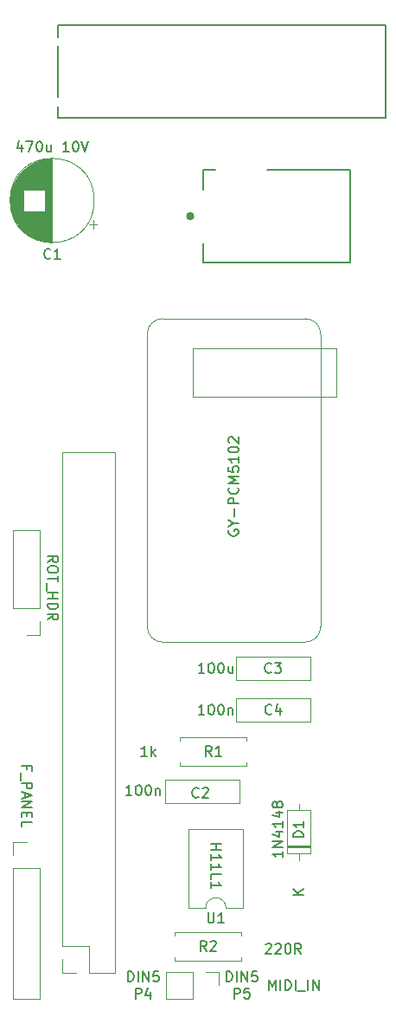
<source format=gto>
%TF.GenerationSoftware,KiCad,Pcbnew,5.99.0+really5.1.9+dfsg1-1*%
%TF.CreationDate,2021-05-09T00:21:48+10:00*%
%TF.ProjectId,minisynth32,6d696e69-7379-46e7-9468-33322e6b6963,1.0*%
%TF.SameCoordinates,Original*%
%TF.FileFunction,Legend,Top*%
%TF.FilePolarity,Positive*%
%FSLAX46Y46*%
G04 Gerber Fmt 4.6, Leading zero omitted, Abs format (unit mm)*
G04 Created by KiCad (PCBNEW 5.99.0+really5.1.9+dfsg1-1) date 2021-05-09 00:21:48*
%MOMM*%
%LPD*%
G01*
G04 APERTURE LIST*
%ADD10C,0.150000*%
%ADD11C,0.152400*%
%ADD12C,0.120000*%
%ADD13C,0.127000*%
%ADD14C,0.400000*%
G04 APERTURE END LIST*
D10*
X151662000Y-138819380D02*
X151662000Y-137819380D01*
X151900095Y-137819380D01*
X152042952Y-137867000D01*
X152138190Y-137962238D01*
X152185809Y-138057476D01*
X152233428Y-138247952D01*
X152233428Y-138390809D01*
X152185809Y-138581285D01*
X152138190Y-138676523D01*
X152042952Y-138771761D01*
X151900095Y-138819380D01*
X151662000Y-138819380D01*
X152662000Y-138819380D02*
X152662000Y-137819380D01*
X153138190Y-138819380D02*
X153138190Y-137819380D01*
X153709619Y-138819380D01*
X153709619Y-137819380D01*
X154662000Y-137819380D02*
X154185809Y-137819380D01*
X154138190Y-138295571D01*
X154185809Y-138247952D01*
X154281047Y-138200333D01*
X154519142Y-138200333D01*
X154614380Y-138247952D01*
X154662000Y-138295571D01*
X154709619Y-138390809D01*
X154709619Y-138628904D01*
X154662000Y-138724142D01*
X154614380Y-138771761D01*
X154519142Y-138819380D01*
X154281047Y-138819380D01*
X154185809Y-138771761D01*
X154138190Y-138724142D01*
X152423904Y-140469380D02*
X152423904Y-139469380D01*
X152804857Y-139469380D01*
X152900095Y-139517000D01*
X152947714Y-139564619D01*
X152995333Y-139659857D01*
X152995333Y-139802714D01*
X152947714Y-139897952D01*
X152900095Y-139945571D01*
X152804857Y-139993190D01*
X152423904Y-139993190D01*
X153900095Y-139469380D02*
X153423904Y-139469380D01*
X153376285Y-139945571D01*
X153423904Y-139897952D01*
X153519142Y-139850333D01*
X153757238Y-139850333D01*
X153852476Y-139897952D01*
X153900095Y-139945571D01*
X153947714Y-140040809D01*
X153947714Y-140278904D01*
X153900095Y-140374142D01*
X153852476Y-140421761D01*
X153757238Y-140469380D01*
X153519142Y-140469380D01*
X153423904Y-140421761D01*
X153376285Y-140374142D01*
X142010000Y-138819380D02*
X142010000Y-137819380D01*
X142248095Y-137819380D01*
X142390952Y-137867000D01*
X142486190Y-137962238D01*
X142533809Y-138057476D01*
X142581428Y-138247952D01*
X142581428Y-138390809D01*
X142533809Y-138581285D01*
X142486190Y-138676523D01*
X142390952Y-138771761D01*
X142248095Y-138819380D01*
X142010000Y-138819380D01*
X143010000Y-138819380D02*
X143010000Y-137819380D01*
X143486190Y-138819380D02*
X143486190Y-137819380D01*
X144057619Y-138819380D01*
X144057619Y-137819380D01*
X145010000Y-137819380D02*
X144533809Y-137819380D01*
X144486190Y-138295571D01*
X144533809Y-138247952D01*
X144629047Y-138200333D01*
X144867142Y-138200333D01*
X144962380Y-138247952D01*
X145010000Y-138295571D01*
X145057619Y-138390809D01*
X145057619Y-138628904D01*
X145010000Y-138724142D01*
X144962380Y-138771761D01*
X144867142Y-138819380D01*
X144629047Y-138819380D01*
X144533809Y-138771761D01*
X144486190Y-138724142D01*
X142771904Y-140469380D02*
X142771904Y-139469380D01*
X143152857Y-139469380D01*
X143248095Y-139517000D01*
X143295714Y-139564619D01*
X143343333Y-139659857D01*
X143343333Y-139802714D01*
X143295714Y-139897952D01*
X143248095Y-139945571D01*
X143152857Y-139993190D01*
X142771904Y-139993190D01*
X144200476Y-139802714D02*
X144200476Y-140469380D01*
X143962380Y-139421761D02*
X143724285Y-140136047D01*
X144343333Y-140136047D01*
D11*
%TO.C,SW2*%
X167259000Y-54406800D02*
X167259000Y-45364400D01*
X167259000Y-45364400D02*
X135153400Y-45364400D01*
X135153400Y-45364400D02*
X135153400Y-46493316D01*
X135153400Y-54406800D02*
X167259000Y-54406800D01*
X135153400Y-53277884D02*
X135153400Y-54406800D01*
X135153400Y-47385084D02*
X135153400Y-52386116D01*
D12*
%TO.C,J5*%
X145736000Y-137862000D02*
X145736000Y-140522000D01*
X148336000Y-137862000D02*
X145736000Y-137862000D01*
X148336000Y-140522000D02*
X145736000Y-140522000D01*
X148336000Y-137862000D02*
X148336000Y-140522000D01*
X149606000Y-137862000D02*
X150936000Y-137862000D01*
X150936000Y-137862000D02*
X150936000Y-139192000D01*
%TO.C,J4*%
X133410000Y-94682000D02*
X130750000Y-94682000D01*
X133410000Y-102362000D02*
X133410000Y-94682000D01*
X130750000Y-102362000D02*
X130750000Y-94682000D01*
X133410000Y-102362000D02*
X130750000Y-102362000D01*
X133410000Y-103632000D02*
X133410000Y-104962000D01*
X133410000Y-104962000D02*
X132080000Y-104962000D01*
D13*
%TO.C,J3*%
X163814000Y-59508000D02*
X163814000Y-68508000D01*
X163814000Y-68508000D02*
X149414000Y-68508000D01*
X149414000Y-59508000D02*
X150564000Y-59508000D01*
X149414000Y-68508000D02*
X149414000Y-66658000D01*
X155664000Y-59508000D02*
X163814000Y-59508000D01*
X149414000Y-61458000D02*
X149414000Y-59508000D01*
D14*
X148314000Y-64008000D02*
G75*
G03*
X148314000Y-64008000I-200000J0D01*
G01*
D12*
%TO.C,J1*%
X130750000Y-140522000D02*
X133410000Y-140522000D01*
X130750000Y-127762000D02*
X130750000Y-140522000D01*
X133410000Y-127762000D02*
X133410000Y-140522000D01*
X130750000Y-127762000D02*
X133410000Y-127762000D01*
X130750000Y-126492000D02*
X130750000Y-125162000D01*
X130750000Y-125162000D02*
X132080000Y-125162000D01*
%TO.C,A1*%
X148400000Y-76935000D02*
X162400000Y-76935000D01*
X148400000Y-81635000D02*
X148400000Y-76935000D01*
X162400000Y-81635000D02*
X148400000Y-81635000D01*
X162400000Y-76935000D02*
X162400000Y-81635000D01*
X159400000Y-74035000D02*
X145400000Y-74035000D01*
X160900000Y-104135000D02*
X160900000Y-75535000D01*
X145400000Y-105635000D02*
X159400000Y-105635000D01*
X143900000Y-75535000D02*
X143900000Y-104135000D01*
X145400000Y-105635000D02*
G75*
G02*
X143900000Y-104135000I0J1500000D01*
G01*
X160900000Y-104135000D02*
G75*
G02*
X159400000Y-105635000I-1500000J0D01*
G01*
X159400000Y-74035000D02*
G75*
G02*
X160900000Y-75535000I0J-1500000D01*
G01*
X143900000Y-75535000D02*
G75*
G02*
X145400000Y-74035000I1500000J0D01*
G01*
%TO.C,U1*%
X147972000Y-131632000D02*
X149622000Y-131632000D01*
X147972000Y-123892000D02*
X147972000Y-131632000D01*
X153272000Y-123892000D02*
X147972000Y-123892000D01*
X153272000Y-131632000D02*
X153272000Y-123892000D01*
X151622000Y-131632000D02*
X153272000Y-131632000D01*
X149622000Y-131632000D02*
G75*
G02*
X151622000Y-131632000I1000000J0D01*
G01*
%TO.C,R2*%
X153130000Y-136752000D02*
X153130000Y-136422000D01*
X146590000Y-136752000D02*
X153130000Y-136752000D01*
X146590000Y-136422000D02*
X146590000Y-136752000D01*
X153130000Y-134012000D02*
X153130000Y-134342000D01*
X146590000Y-134012000D02*
X153130000Y-134012000D01*
X146590000Y-134342000D02*
X146590000Y-134012000D01*
%TO.C,R1*%
X153638000Y-117702000D02*
X153638000Y-117372000D01*
X147098000Y-117702000D02*
X153638000Y-117702000D01*
X147098000Y-117372000D02*
X147098000Y-117702000D01*
X153638000Y-114962000D02*
X153638000Y-115292000D01*
X147098000Y-114962000D02*
X153638000Y-114962000D01*
X147098000Y-115292000D02*
X147098000Y-114962000D01*
%TO.C,J2*%
X136906000Y-137982000D02*
X135576000Y-137982000D01*
X135576000Y-137982000D02*
X135576000Y-136652000D01*
X138176000Y-137982000D02*
X138176000Y-135382000D01*
X138176000Y-135382000D02*
X135576000Y-135382000D01*
X135576000Y-135382000D02*
X135576000Y-87062000D01*
X140776000Y-87062000D02*
X135576000Y-87062000D01*
X140776000Y-137982000D02*
X140776000Y-87062000D01*
X140776000Y-137982000D02*
X138176000Y-137982000D01*
%TO.C,D1*%
X157630000Y-125726000D02*
X159870000Y-125726000D01*
X157630000Y-125486000D02*
X159870000Y-125486000D01*
X157630000Y-125606000D02*
X159870000Y-125606000D01*
X158750000Y-121436000D02*
X158750000Y-122086000D01*
X158750000Y-126976000D02*
X158750000Y-126326000D01*
X157630000Y-122086000D02*
X157630000Y-126326000D01*
X159870000Y-122086000D02*
X157630000Y-122086000D01*
X159870000Y-126326000D02*
X159870000Y-122086000D01*
X157630000Y-126326000D02*
X159870000Y-126326000D01*
%TO.C,C4*%
X152630000Y-113388000D02*
X152630000Y-111148000D01*
X159870000Y-113388000D02*
X159870000Y-111148000D01*
X159870000Y-111148000D02*
X152630000Y-111148000D01*
X159870000Y-113388000D02*
X152630000Y-113388000D01*
%TO.C,C3*%
X152630000Y-109324000D02*
X152630000Y-107084000D01*
X159870000Y-109324000D02*
X159870000Y-107084000D01*
X159870000Y-107084000D02*
X152630000Y-107084000D01*
X159870000Y-109324000D02*
X152630000Y-109324000D01*
%TO.C,C2*%
X152932000Y-119102000D02*
X152932000Y-121342000D01*
X145692000Y-119102000D02*
X145692000Y-121342000D01*
X145692000Y-121342000D02*
X152932000Y-121342000D01*
X145692000Y-119102000D02*
X152932000Y-119102000D01*
%TO.C,C1*%
X138601698Y-65199000D02*
X138601698Y-64399000D01*
X139001698Y-64799000D02*
X138201698Y-64799000D01*
X130511000Y-63017000D02*
X130511000Y-61951000D01*
X130551000Y-63252000D02*
X130551000Y-61716000D01*
X130591000Y-63432000D02*
X130591000Y-61536000D01*
X130631000Y-63582000D02*
X130631000Y-61386000D01*
X130671000Y-63713000D02*
X130671000Y-61255000D01*
X130711000Y-63830000D02*
X130711000Y-61138000D01*
X130751000Y-63937000D02*
X130751000Y-61031000D01*
X130791000Y-64036000D02*
X130791000Y-60932000D01*
X130831000Y-64129000D02*
X130831000Y-60839000D01*
X130871000Y-64215000D02*
X130871000Y-60753000D01*
X130911000Y-64297000D02*
X130911000Y-60671000D01*
X130951000Y-64374000D02*
X130951000Y-60594000D01*
X130991000Y-64448000D02*
X130991000Y-60520000D01*
X131031000Y-64518000D02*
X131031000Y-60450000D01*
X131071000Y-64586000D02*
X131071000Y-60382000D01*
X131111000Y-64650000D02*
X131111000Y-60318000D01*
X131151000Y-64712000D02*
X131151000Y-60256000D01*
X131191000Y-64771000D02*
X131191000Y-60197000D01*
X131231000Y-64829000D02*
X131231000Y-60139000D01*
X131271000Y-64884000D02*
X131271000Y-60084000D01*
X131311000Y-64938000D02*
X131311000Y-60030000D01*
X131351000Y-64989000D02*
X131351000Y-59979000D01*
X131391000Y-65040000D02*
X131391000Y-59928000D01*
X131431000Y-65088000D02*
X131431000Y-59880000D01*
X131471000Y-65135000D02*
X131471000Y-59833000D01*
X131511000Y-65181000D02*
X131511000Y-59787000D01*
X131551000Y-65225000D02*
X131551000Y-59743000D01*
X131591000Y-65268000D02*
X131591000Y-59700000D01*
X131631000Y-65310000D02*
X131631000Y-59658000D01*
X131671000Y-65351000D02*
X131671000Y-59617000D01*
X131711000Y-65391000D02*
X131711000Y-59577000D01*
X131751000Y-65429000D02*
X131751000Y-59539000D01*
X131791000Y-65467000D02*
X131791000Y-59501000D01*
X131831000Y-61444000D02*
X131831000Y-59465000D01*
X131831000Y-65503000D02*
X131831000Y-63524000D01*
X131871000Y-61444000D02*
X131871000Y-59429000D01*
X131871000Y-65539000D02*
X131871000Y-63524000D01*
X131911000Y-61444000D02*
X131911000Y-59394000D01*
X131911000Y-65574000D02*
X131911000Y-63524000D01*
X131951000Y-61444000D02*
X131951000Y-59360000D01*
X131951000Y-65608000D02*
X131951000Y-63524000D01*
X131991000Y-61444000D02*
X131991000Y-59328000D01*
X131991000Y-65640000D02*
X131991000Y-63524000D01*
X132031000Y-61444000D02*
X132031000Y-59295000D01*
X132031000Y-65673000D02*
X132031000Y-63524000D01*
X132071000Y-61444000D02*
X132071000Y-59264000D01*
X132071000Y-65704000D02*
X132071000Y-63524000D01*
X132111000Y-61444000D02*
X132111000Y-59234000D01*
X132111000Y-65734000D02*
X132111000Y-63524000D01*
X132151000Y-61444000D02*
X132151000Y-59204000D01*
X132151000Y-65764000D02*
X132151000Y-63524000D01*
X132191000Y-61444000D02*
X132191000Y-59175000D01*
X132191000Y-65793000D02*
X132191000Y-63524000D01*
X132231000Y-61444000D02*
X132231000Y-59146000D01*
X132231000Y-65822000D02*
X132231000Y-63524000D01*
X132271000Y-61444000D02*
X132271000Y-59119000D01*
X132271000Y-65849000D02*
X132271000Y-63524000D01*
X132311000Y-61444000D02*
X132311000Y-59092000D01*
X132311000Y-65876000D02*
X132311000Y-63524000D01*
X132351000Y-61444000D02*
X132351000Y-59066000D01*
X132351000Y-65902000D02*
X132351000Y-63524000D01*
X132391000Y-61444000D02*
X132391000Y-59040000D01*
X132391000Y-65928000D02*
X132391000Y-63524000D01*
X132431000Y-61444000D02*
X132431000Y-59015000D01*
X132431000Y-65953000D02*
X132431000Y-63524000D01*
X132471000Y-61444000D02*
X132471000Y-58991000D01*
X132471000Y-65977000D02*
X132471000Y-63524000D01*
X132511000Y-61444000D02*
X132511000Y-58967000D01*
X132511000Y-66001000D02*
X132511000Y-63524000D01*
X132551000Y-61444000D02*
X132551000Y-58944000D01*
X132551000Y-66024000D02*
X132551000Y-63524000D01*
X132591000Y-61444000D02*
X132591000Y-58922000D01*
X132591000Y-66046000D02*
X132591000Y-63524000D01*
X132631000Y-61444000D02*
X132631000Y-58900000D01*
X132631000Y-66068000D02*
X132631000Y-63524000D01*
X132671000Y-61444000D02*
X132671000Y-58878000D01*
X132671000Y-66090000D02*
X132671000Y-63524000D01*
X132711000Y-61444000D02*
X132711000Y-58857000D01*
X132711000Y-66111000D02*
X132711000Y-63524000D01*
X132751000Y-61444000D02*
X132751000Y-58837000D01*
X132751000Y-66131000D02*
X132751000Y-63524000D01*
X132791000Y-61444000D02*
X132791000Y-58818000D01*
X132791000Y-66150000D02*
X132791000Y-63524000D01*
X132831000Y-61444000D02*
X132831000Y-58798000D01*
X132831000Y-66170000D02*
X132831000Y-63524000D01*
X132871000Y-61444000D02*
X132871000Y-58780000D01*
X132871000Y-66188000D02*
X132871000Y-63524000D01*
X132911000Y-61444000D02*
X132911000Y-58762000D01*
X132911000Y-66206000D02*
X132911000Y-63524000D01*
X132951000Y-61444000D02*
X132951000Y-58744000D01*
X132951000Y-66224000D02*
X132951000Y-63524000D01*
X132991000Y-61444000D02*
X132991000Y-58727000D01*
X132991000Y-66241000D02*
X132991000Y-63524000D01*
X133031000Y-61444000D02*
X133031000Y-58710000D01*
X133031000Y-66258000D02*
X133031000Y-63524000D01*
X133071000Y-61444000D02*
X133071000Y-58694000D01*
X133071000Y-66274000D02*
X133071000Y-63524000D01*
X133111000Y-61444000D02*
X133111000Y-58679000D01*
X133111000Y-66289000D02*
X133111000Y-63524000D01*
X133151000Y-61444000D02*
X133151000Y-58663000D01*
X133151000Y-66305000D02*
X133151000Y-63524000D01*
X133191000Y-61444000D02*
X133191000Y-58649000D01*
X133191000Y-66319000D02*
X133191000Y-63524000D01*
X133231000Y-61444000D02*
X133231000Y-58634000D01*
X133231000Y-66334000D02*
X133231000Y-63524000D01*
X133271000Y-61444000D02*
X133271000Y-58621000D01*
X133271000Y-66347000D02*
X133271000Y-63524000D01*
X133311000Y-61444000D02*
X133311000Y-58607000D01*
X133311000Y-66361000D02*
X133311000Y-63524000D01*
X133351000Y-61444000D02*
X133351000Y-58595000D01*
X133351000Y-66373000D02*
X133351000Y-63524000D01*
X133391000Y-61444000D02*
X133391000Y-58582000D01*
X133391000Y-66386000D02*
X133391000Y-63524000D01*
X133431000Y-61444000D02*
X133431000Y-58570000D01*
X133431000Y-66398000D02*
X133431000Y-63524000D01*
X133471000Y-61444000D02*
X133471000Y-58559000D01*
X133471000Y-66409000D02*
X133471000Y-63524000D01*
X133511000Y-61444000D02*
X133511000Y-58548000D01*
X133511000Y-66420000D02*
X133511000Y-63524000D01*
X133551000Y-61444000D02*
X133551000Y-58537000D01*
X133551000Y-66431000D02*
X133551000Y-63524000D01*
X133591000Y-61444000D02*
X133591000Y-58527000D01*
X133591000Y-66441000D02*
X133591000Y-63524000D01*
X133631000Y-61444000D02*
X133631000Y-58517000D01*
X133631000Y-66451000D02*
X133631000Y-63524000D01*
X133671000Y-61444000D02*
X133671000Y-58508000D01*
X133671000Y-66460000D02*
X133671000Y-63524000D01*
X133711000Y-61444000D02*
X133711000Y-58499000D01*
X133711000Y-66469000D02*
X133711000Y-63524000D01*
X133751000Y-61444000D02*
X133751000Y-58490000D01*
X133751000Y-66478000D02*
X133751000Y-63524000D01*
X133791000Y-61444000D02*
X133791000Y-58482000D01*
X133791000Y-66486000D02*
X133791000Y-63524000D01*
X133831000Y-61444000D02*
X133831000Y-58474000D01*
X133831000Y-66494000D02*
X133831000Y-63524000D01*
X133871000Y-61444000D02*
X133871000Y-58467000D01*
X133871000Y-66501000D02*
X133871000Y-63524000D01*
X133912000Y-66508000D02*
X133912000Y-58460000D01*
X133952000Y-66514000D02*
X133952000Y-58454000D01*
X133992000Y-66521000D02*
X133992000Y-58447000D01*
X134032000Y-66526000D02*
X134032000Y-58442000D01*
X134072000Y-66532000D02*
X134072000Y-58436000D01*
X134112000Y-66536000D02*
X134112000Y-58432000D01*
X134152000Y-66541000D02*
X134152000Y-58427000D01*
X134192000Y-66545000D02*
X134192000Y-58423000D01*
X134232000Y-66549000D02*
X134232000Y-58419000D01*
X134272000Y-66552000D02*
X134272000Y-58416000D01*
X134312000Y-66555000D02*
X134312000Y-58413000D01*
X134352000Y-66558000D02*
X134352000Y-58410000D01*
X134392000Y-66560000D02*
X134392000Y-58408000D01*
X134432000Y-66561000D02*
X134432000Y-58407000D01*
X134472000Y-66563000D02*
X134472000Y-58405000D01*
X134512000Y-66564000D02*
X134512000Y-58404000D01*
X134552000Y-66564000D02*
X134552000Y-58404000D01*
X134592000Y-66564000D02*
X134592000Y-58404000D01*
X138712000Y-62484000D02*
G75*
G03*
X138712000Y-62484000I-4120000J0D01*
G01*
%TO.C,J5*%
D10*
X155789619Y-139644380D02*
X155789619Y-138644380D01*
X156122952Y-139358666D01*
X156456285Y-138644380D01*
X156456285Y-139644380D01*
X156932476Y-139644380D02*
X156932476Y-138644380D01*
X157408666Y-139644380D02*
X157408666Y-138644380D01*
X157646761Y-138644380D01*
X157789619Y-138692000D01*
X157884857Y-138787238D01*
X157932476Y-138882476D01*
X157980095Y-139072952D01*
X157980095Y-139215809D01*
X157932476Y-139406285D01*
X157884857Y-139501523D01*
X157789619Y-139596761D01*
X157646761Y-139644380D01*
X157408666Y-139644380D01*
X158408666Y-139644380D02*
X158408666Y-138644380D01*
X158646761Y-139739619D02*
X159408666Y-139739619D01*
X159646761Y-139644380D02*
X159646761Y-138644380D01*
X160122952Y-139644380D02*
X160122952Y-138644380D01*
X160694380Y-139644380D01*
X160694380Y-138644380D01*
%TO.C,J4*%
X134167619Y-97830000D02*
X134643809Y-97496666D01*
X134167619Y-97258571D02*
X135167619Y-97258571D01*
X135167619Y-97639523D01*
X135120000Y-97734761D01*
X135072380Y-97782380D01*
X134977142Y-97830000D01*
X134834285Y-97830000D01*
X134739047Y-97782380D01*
X134691428Y-97734761D01*
X134643809Y-97639523D01*
X134643809Y-97258571D01*
X135167619Y-98449047D02*
X135167619Y-98639523D01*
X135120000Y-98734761D01*
X135024761Y-98830000D01*
X134834285Y-98877619D01*
X134500952Y-98877619D01*
X134310476Y-98830000D01*
X134215238Y-98734761D01*
X134167619Y-98639523D01*
X134167619Y-98449047D01*
X134215238Y-98353809D01*
X134310476Y-98258571D01*
X134500952Y-98210952D01*
X134834285Y-98210952D01*
X135024761Y-98258571D01*
X135120000Y-98353809D01*
X135167619Y-98449047D01*
X135167619Y-99163333D02*
X135167619Y-99734761D01*
X134167619Y-99449047D02*
X135167619Y-99449047D01*
X134072380Y-99830000D02*
X134072380Y-100591904D01*
X134167619Y-100830000D02*
X135167619Y-100830000D01*
X134691428Y-100830000D02*
X134691428Y-101401428D01*
X134167619Y-101401428D02*
X135167619Y-101401428D01*
X134167619Y-101877619D02*
X135167619Y-101877619D01*
X135167619Y-102115714D01*
X135120000Y-102258571D01*
X135024761Y-102353809D01*
X134929523Y-102401428D01*
X134739047Y-102449047D01*
X134596190Y-102449047D01*
X134405714Y-102401428D01*
X134310476Y-102353809D01*
X134215238Y-102258571D01*
X134167619Y-102115714D01*
X134167619Y-101877619D01*
X134167619Y-103449047D02*
X134643809Y-103115714D01*
X134167619Y-102877619D02*
X135167619Y-102877619D01*
X135167619Y-103258571D01*
X135120000Y-103353809D01*
X135072380Y-103401428D01*
X134977142Y-103449047D01*
X134834285Y-103449047D01*
X134739047Y-103401428D01*
X134691428Y-103353809D01*
X134643809Y-103258571D01*
X134643809Y-102877619D01*
%TO.C,J1*%
X132151428Y-118102380D02*
X132151428Y-117769047D01*
X131627619Y-117769047D02*
X132627619Y-117769047D01*
X132627619Y-118245238D01*
X131532380Y-118388095D02*
X131532380Y-119150000D01*
X131627619Y-119388095D02*
X132627619Y-119388095D01*
X132627619Y-119769047D01*
X132580000Y-119864285D01*
X132532380Y-119911904D01*
X132437142Y-119959523D01*
X132294285Y-119959523D01*
X132199047Y-119911904D01*
X132151428Y-119864285D01*
X132103809Y-119769047D01*
X132103809Y-119388095D01*
X131913333Y-120340476D02*
X131913333Y-120816666D01*
X131627619Y-120245238D02*
X132627619Y-120578571D01*
X131627619Y-120911904D01*
X131627619Y-121245238D02*
X132627619Y-121245238D01*
X131627619Y-121816666D01*
X132627619Y-121816666D01*
X132151428Y-122292857D02*
X132151428Y-122626190D01*
X131627619Y-122769047D02*
X131627619Y-122292857D01*
X132627619Y-122292857D01*
X132627619Y-122769047D01*
X131627619Y-123673809D02*
X131627619Y-123197619D01*
X132627619Y-123197619D01*
%TO.C,A1*%
X151900000Y-94685904D02*
X151852380Y-94781142D01*
X151852380Y-94924000D01*
X151900000Y-95066857D01*
X151995238Y-95162095D01*
X152090476Y-95209714D01*
X152280952Y-95257333D01*
X152423809Y-95257333D01*
X152614285Y-95209714D01*
X152709523Y-95162095D01*
X152804761Y-95066857D01*
X152852380Y-94924000D01*
X152852380Y-94828761D01*
X152804761Y-94685904D01*
X152757142Y-94638285D01*
X152423809Y-94638285D01*
X152423809Y-94828761D01*
X152376190Y-94019238D02*
X152852380Y-94019238D01*
X151852380Y-94352571D02*
X152376190Y-94019238D01*
X151852380Y-93685904D01*
X152471428Y-93352571D02*
X152471428Y-92590666D01*
X152852380Y-92114476D02*
X151852380Y-92114476D01*
X151852380Y-91733523D01*
X151900000Y-91638285D01*
X151947619Y-91590666D01*
X152042857Y-91543047D01*
X152185714Y-91543047D01*
X152280952Y-91590666D01*
X152328571Y-91638285D01*
X152376190Y-91733523D01*
X152376190Y-92114476D01*
X152757142Y-90543047D02*
X152804761Y-90590666D01*
X152852380Y-90733523D01*
X152852380Y-90828761D01*
X152804761Y-90971619D01*
X152709523Y-91066857D01*
X152614285Y-91114476D01*
X152423809Y-91162095D01*
X152280952Y-91162095D01*
X152090476Y-91114476D01*
X151995238Y-91066857D01*
X151900000Y-90971619D01*
X151852380Y-90828761D01*
X151852380Y-90733523D01*
X151900000Y-90590666D01*
X151947619Y-90543047D01*
X152852380Y-90114476D02*
X151852380Y-90114476D01*
X152566666Y-89781142D01*
X151852380Y-89447809D01*
X152852380Y-89447809D01*
X151852380Y-88495428D02*
X151852380Y-88971619D01*
X152328571Y-89019238D01*
X152280952Y-88971619D01*
X152233333Y-88876380D01*
X152233333Y-88638285D01*
X152280952Y-88543047D01*
X152328571Y-88495428D01*
X152423809Y-88447809D01*
X152661904Y-88447809D01*
X152757142Y-88495428D01*
X152804761Y-88543047D01*
X152852380Y-88638285D01*
X152852380Y-88876380D01*
X152804761Y-88971619D01*
X152757142Y-89019238D01*
X152852380Y-87495428D02*
X152852380Y-88066857D01*
X152852380Y-87781142D02*
X151852380Y-87781142D01*
X151995238Y-87876380D01*
X152090476Y-87971619D01*
X152138095Y-88066857D01*
X151852380Y-86876380D02*
X151852380Y-86781142D01*
X151900000Y-86685904D01*
X151947619Y-86638285D01*
X152042857Y-86590666D01*
X152233333Y-86543047D01*
X152471428Y-86543047D01*
X152661904Y-86590666D01*
X152757142Y-86638285D01*
X152804761Y-86685904D01*
X152852380Y-86781142D01*
X152852380Y-86876380D01*
X152804761Y-86971619D01*
X152757142Y-87019238D01*
X152661904Y-87066857D01*
X152471428Y-87114476D01*
X152233333Y-87114476D01*
X152042857Y-87066857D01*
X151947619Y-87019238D01*
X151900000Y-86971619D01*
X151852380Y-86876380D01*
X151947619Y-86162095D02*
X151900000Y-86114476D01*
X151852380Y-86019238D01*
X151852380Y-85781142D01*
X151900000Y-85685904D01*
X151947619Y-85638285D01*
X152042857Y-85590666D01*
X152138095Y-85590666D01*
X152280952Y-85638285D01*
X152852380Y-86209714D01*
X152852380Y-85590666D01*
%TO.C,U1*%
X149860095Y-132084380D02*
X149860095Y-132893904D01*
X149907714Y-132989142D01*
X149955333Y-133036761D01*
X150050571Y-133084380D01*
X150241047Y-133084380D01*
X150336285Y-133036761D01*
X150383904Y-132989142D01*
X150431523Y-132893904D01*
X150431523Y-132084380D01*
X151431523Y-133084380D02*
X150860095Y-133084380D01*
X151145809Y-133084380D02*
X151145809Y-132084380D01*
X151050571Y-132227238D01*
X150955333Y-132322476D01*
X150860095Y-132370095D01*
X150169619Y-125388952D02*
X151169619Y-125388952D01*
X150693428Y-125388952D02*
X150693428Y-125960380D01*
X150169619Y-125960380D02*
X151169619Y-125960380D01*
X150169619Y-126960380D02*
X150169619Y-126388952D01*
X150169619Y-126674666D02*
X151169619Y-126674666D01*
X151026761Y-126579428D01*
X150931523Y-126484190D01*
X150883904Y-126388952D01*
X150169619Y-127912761D02*
X150169619Y-127341333D01*
X150169619Y-127627047D02*
X151169619Y-127627047D01*
X151026761Y-127531809D01*
X150931523Y-127436571D01*
X150883904Y-127341333D01*
X150169619Y-128817523D02*
X150169619Y-128341333D01*
X151169619Y-128341333D01*
X150169619Y-129674666D02*
X150169619Y-129103238D01*
X150169619Y-129388952D02*
X151169619Y-129388952D01*
X151026761Y-129293714D01*
X150931523Y-129198476D01*
X150883904Y-129103238D01*
%TO.C,R2*%
X149693333Y-135834380D02*
X149360000Y-135358190D01*
X149121904Y-135834380D02*
X149121904Y-134834380D01*
X149502857Y-134834380D01*
X149598095Y-134882000D01*
X149645714Y-134929619D01*
X149693333Y-135024857D01*
X149693333Y-135167714D01*
X149645714Y-135262952D01*
X149598095Y-135310571D01*
X149502857Y-135358190D01*
X149121904Y-135358190D01*
X150074285Y-134929619D02*
X150121904Y-134882000D01*
X150217142Y-134834380D01*
X150455238Y-134834380D01*
X150550476Y-134882000D01*
X150598095Y-134929619D01*
X150645714Y-135024857D01*
X150645714Y-135120095D01*
X150598095Y-135262952D01*
X150026666Y-135834380D01*
X150645714Y-135834380D01*
X155487904Y-135183619D02*
X155535523Y-135136000D01*
X155630761Y-135088380D01*
X155868857Y-135088380D01*
X155964095Y-135136000D01*
X156011714Y-135183619D01*
X156059333Y-135278857D01*
X156059333Y-135374095D01*
X156011714Y-135516952D01*
X155440285Y-136088380D01*
X156059333Y-136088380D01*
X156440285Y-135183619D02*
X156487904Y-135136000D01*
X156583142Y-135088380D01*
X156821238Y-135088380D01*
X156916476Y-135136000D01*
X156964095Y-135183619D01*
X157011714Y-135278857D01*
X157011714Y-135374095D01*
X156964095Y-135516952D01*
X156392666Y-136088380D01*
X157011714Y-136088380D01*
X157630761Y-135088380D02*
X157726000Y-135088380D01*
X157821238Y-135136000D01*
X157868857Y-135183619D01*
X157916476Y-135278857D01*
X157964095Y-135469333D01*
X157964095Y-135707428D01*
X157916476Y-135897904D01*
X157868857Y-135993142D01*
X157821238Y-136040761D01*
X157726000Y-136088380D01*
X157630761Y-136088380D01*
X157535523Y-136040761D01*
X157487904Y-135993142D01*
X157440285Y-135897904D01*
X157392666Y-135707428D01*
X157392666Y-135469333D01*
X157440285Y-135278857D01*
X157487904Y-135183619D01*
X157535523Y-135136000D01*
X157630761Y-135088380D01*
X158964095Y-136088380D02*
X158630761Y-135612190D01*
X158392666Y-136088380D02*
X158392666Y-135088380D01*
X158773619Y-135088380D01*
X158868857Y-135136000D01*
X158916476Y-135183619D01*
X158964095Y-135278857D01*
X158964095Y-135421714D01*
X158916476Y-135516952D01*
X158868857Y-135564571D01*
X158773619Y-135612190D01*
X158392666Y-135612190D01*
%TO.C,R1*%
X150201333Y-116784380D02*
X149868000Y-116308190D01*
X149629904Y-116784380D02*
X149629904Y-115784380D01*
X150010857Y-115784380D01*
X150106095Y-115832000D01*
X150153714Y-115879619D01*
X150201333Y-115974857D01*
X150201333Y-116117714D01*
X150153714Y-116212952D01*
X150106095Y-116260571D01*
X150010857Y-116308190D01*
X149629904Y-116308190D01*
X151153714Y-116784380D02*
X150582285Y-116784380D01*
X150868000Y-116784380D02*
X150868000Y-115784380D01*
X150772761Y-115927238D01*
X150677523Y-116022476D01*
X150582285Y-116070095D01*
X143898952Y-116784380D02*
X143327523Y-116784380D01*
X143613238Y-116784380D02*
X143613238Y-115784380D01*
X143518000Y-115927238D01*
X143422761Y-116022476D01*
X143327523Y-116070095D01*
X144327523Y-116784380D02*
X144327523Y-115784380D01*
X144422761Y-116403428D02*
X144708476Y-116784380D01*
X144708476Y-116117714D02*
X144327523Y-116498666D01*
%TO.C,D1*%
X159202380Y-124690095D02*
X158202380Y-124690095D01*
X158202380Y-124452000D01*
X158250000Y-124309142D01*
X158345238Y-124213904D01*
X158440476Y-124166285D01*
X158630952Y-124118666D01*
X158773809Y-124118666D01*
X158964285Y-124166285D01*
X159059523Y-124213904D01*
X159154761Y-124309142D01*
X159202380Y-124452000D01*
X159202380Y-124690095D01*
X159202380Y-123166285D02*
X159202380Y-123737714D01*
X159202380Y-123452000D02*
X158202380Y-123452000D01*
X158345238Y-123547238D01*
X158440476Y-123642476D01*
X158488095Y-123737714D01*
X157170380Y-126094857D02*
X157170380Y-126666285D01*
X157170380Y-126380571D02*
X156170380Y-126380571D01*
X156313238Y-126475809D01*
X156408476Y-126571047D01*
X156456095Y-126666285D01*
X157170380Y-125666285D02*
X156170380Y-125666285D01*
X157170380Y-125094857D01*
X156170380Y-125094857D01*
X156503714Y-124190095D02*
X157170380Y-124190095D01*
X156122761Y-124428190D02*
X156837047Y-124666285D01*
X156837047Y-124047238D01*
X157170380Y-123142476D02*
X157170380Y-123713904D01*
X157170380Y-123428190D02*
X156170380Y-123428190D01*
X156313238Y-123523428D01*
X156408476Y-123618666D01*
X156456095Y-123713904D01*
X156503714Y-122285333D02*
X157170380Y-122285333D01*
X156122761Y-122523428D02*
X156837047Y-122761523D01*
X156837047Y-122142476D01*
X156598952Y-121618666D02*
X156551333Y-121713904D01*
X156503714Y-121761523D01*
X156408476Y-121809142D01*
X156360857Y-121809142D01*
X156265619Y-121761523D01*
X156218000Y-121713904D01*
X156170380Y-121618666D01*
X156170380Y-121428190D01*
X156218000Y-121332952D01*
X156265619Y-121285333D01*
X156360857Y-121237714D01*
X156408476Y-121237714D01*
X156503714Y-121285333D01*
X156551333Y-121332952D01*
X156598952Y-121428190D01*
X156598952Y-121618666D01*
X156646571Y-121713904D01*
X156694190Y-121761523D01*
X156789428Y-121809142D01*
X156979904Y-121809142D01*
X157075142Y-121761523D01*
X157122761Y-121713904D01*
X157170380Y-121618666D01*
X157170380Y-121428190D01*
X157122761Y-121332952D01*
X157075142Y-121285333D01*
X156979904Y-121237714D01*
X156789428Y-121237714D01*
X156694190Y-121285333D01*
X156646571Y-121332952D01*
X156598952Y-121428190D01*
X159202380Y-130309904D02*
X158202380Y-130309904D01*
X159202380Y-129738476D02*
X158630952Y-130167047D01*
X158202380Y-129738476D02*
X158773809Y-130309904D01*
%TO.C,C4*%
X156083333Y-112625142D02*
X156035714Y-112672761D01*
X155892857Y-112720380D01*
X155797619Y-112720380D01*
X155654761Y-112672761D01*
X155559523Y-112577523D01*
X155511904Y-112482285D01*
X155464285Y-112291809D01*
X155464285Y-112148952D01*
X155511904Y-111958476D01*
X155559523Y-111863238D01*
X155654761Y-111768000D01*
X155797619Y-111720380D01*
X155892857Y-111720380D01*
X156035714Y-111768000D01*
X156083333Y-111815619D01*
X156940476Y-112053714D02*
X156940476Y-112720380D01*
X156702380Y-111672761D02*
X156464285Y-112387047D01*
X157083333Y-112387047D01*
X149502952Y-112720380D02*
X148931523Y-112720380D01*
X149217238Y-112720380D02*
X149217238Y-111720380D01*
X149122000Y-111863238D01*
X149026761Y-111958476D01*
X148931523Y-112006095D01*
X150122000Y-111720380D02*
X150217238Y-111720380D01*
X150312476Y-111768000D01*
X150360095Y-111815619D01*
X150407714Y-111910857D01*
X150455333Y-112101333D01*
X150455333Y-112339428D01*
X150407714Y-112529904D01*
X150360095Y-112625142D01*
X150312476Y-112672761D01*
X150217238Y-112720380D01*
X150122000Y-112720380D01*
X150026761Y-112672761D01*
X149979142Y-112625142D01*
X149931523Y-112529904D01*
X149883904Y-112339428D01*
X149883904Y-112101333D01*
X149931523Y-111910857D01*
X149979142Y-111815619D01*
X150026761Y-111768000D01*
X150122000Y-111720380D01*
X151074380Y-111720380D02*
X151169619Y-111720380D01*
X151264857Y-111768000D01*
X151312476Y-111815619D01*
X151360095Y-111910857D01*
X151407714Y-112101333D01*
X151407714Y-112339428D01*
X151360095Y-112529904D01*
X151312476Y-112625142D01*
X151264857Y-112672761D01*
X151169619Y-112720380D01*
X151074380Y-112720380D01*
X150979142Y-112672761D01*
X150931523Y-112625142D01*
X150883904Y-112529904D01*
X150836285Y-112339428D01*
X150836285Y-112101333D01*
X150883904Y-111910857D01*
X150931523Y-111815619D01*
X150979142Y-111768000D01*
X151074380Y-111720380D01*
X151836285Y-112053714D02*
X151836285Y-112720380D01*
X151836285Y-112148952D02*
X151883904Y-112101333D01*
X151979142Y-112053714D01*
X152122000Y-112053714D01*
X152217238Y-112101333D01*
X152264857Y-112196571D01*
X152264857Y-112720380D01*
%TO.C,C3*%
X156043333Y-108561142D02*
X155995714Y-108608761D01*
X155852857Y-108656380D01*
X155757619Y-108656380D01*
X155614761Y-108608761D01*
X155519523Y-108513523D01*
X155471904Y-108418285D01*
X155424285Y-108227809D01*
X155424285Y-108084952D01*
X155471904Y-107894476D01*
X155519523Y-107799238D01*
X155614761Y-107704000D01*
X155757619Y-107656380D01*
X155852857Y-107656380D01*
X155995714Y-107704000D01*
X156043333Y-107751619D01*
X156376666Y-107656380D02*
X156995714Y-107656380D01*
X156662380Y-108037333D01*
X156805238Y-108037333D01*
X156900476Y-108084952D01*
X156948095Y-108132571D01*
X156995714Y-108227809D01*
X156995714Y-108465904D01*
X156948095Y-108561142D01*
X156900476Y-108608761D01*
X156805238Y-108656380D01*
X156519523Y-108656380D01*
X156424285Y-108608761D01*
X156376666Y-108561142D01*
X149502952Y-108656380D02*
X148931523Y-108656380D01*
X149217238Y-108656380D02*
X149217238Y-107656380D01*
X149122000Y-107799238D01*
X149026761Y-107894476D01*
X148931523Y-107942095D01*
X150122000Y-107656380D02*
X150217238Y-107656380D01*
X150312476Y-107704000D01*
X150360095Y-107751619D01*
X150407714Y-107846857D01*
X150455333Y-108037333D01*
X150455333Y-108275428D01*
X150407714Y-108465904D01*
X150360095Y-108561142D01*
X150312476Y-108608761D01*
X150217238Y-108656380D01*
X150122000Y-108656380D01*
X150026761Y-108608761D01*
X149979142Y-108561142D01*
X149931523Y-108465904D01*
X149883904Y-108275428D01*
X149883904Y-108037333D01*
X149931523Y-107846857D01*
X149979142Y-107751619D01*
X150026761Y-107704000D01*
X150122000Y-107656380D01*
X151074380Y-107656380D02*
X151169619Y-107656380D01*
X151264857Y-107704000D01*
X151312476Y-107751619D01*
X151360095Y-107846857D01*
X151407714Y-108037333D01*
X151407714Y-108275428D01*
X151360095Y-108465904D01*
X151312476Y-108561142D01*
X151264857Y-108608761D01*
X151169619Y-108656380D01*
X151074380Y-108656380D01*
X150979142Y-108608761D01*
X150931523Y-108561142D01*
X150883904Y-108465904D01*
X150836285Y-108275428D01*
X150836285Y-108037333D01*
X150883904Y-107846857D01*
X150931523Y-107751619D01*
X150979142Y-107704000D01*
X151074380Y-107656380D01*
X152264857Y-107989714D02*
X152264857Y-108656380D01*
X151836285Y-107989714D02*
X151836285Y-108513523D01*
X151883904Y-108608761D01*
X151979142Y-108656380D01*
X152122000Y-108656380D01*
X152217238Y-108608761D01*
X152264857Y-108561142D01*
%TO.C,C2*%
X148931333Y-120753142D02*
X148883714Y-120800761D01*
X148740857Y-120848380D01*
X148645619Y-120848380D01*
X148502761Y-120800761D01*
X148407523Y-120705523D01*
X148359904Y-120610285D01*
X148312285Y-120419809D01*
X148312285Y-120276952D01*
X148359904Y-120086476D01*
X148407523Y-119991238D01*
X148502761Y-119896000D01*
X148645619Y-119848380D01*
X148740857Y-119848380D01*
X148883714Y-119896000D01*
X148931333Y-119943619D01*
X149312285Y-119943619D02*
X149359904Y-119896000D01*
X149455142Y-119848380D01*
X149693238Y-119848380D01*
X149788476Y-119896000D01*
X149836095Y-119943619D01*
X149883714Y-120038857D01*
X149883714Y-120134095D01*
X149836095Y-120276952D01*
X149264666Y-120848380D01*
X149883714Y-120848380D01*
X142390952Y-120594380D02*
X141819523Y-120594380D01*
X142105238Y-120594380D02*
X142105238Y-119594380D01*
X142010000Y-119737238D01*
X141914761Y-119832476D01*
X141819523Y-119880095D01*
X143010000Y-119594380D02*
X143105238Y-119594380D01*
X143200476Y-119642000D01*
X143248095Y-119689619D01*
X143295714Y-119784857D01*
X143343333Y-119975333D01*
X143343333Y-120213428D01*
X143295714Y-120403904D01*
X143248095Y-120499142D01*
X143200476Y-120546761D01*
X143105238Y-120594380D01*
X143010000Y-120594380D01*
X142914761Y-120546761D01*
X142867142Y-120499142D01*
X142819523Y-120403904D01*
X142771904Y-120213428D01*
X142771904Y-119975333D01*
X142819523Y-119784857D01*
X142867142Y-119689619D01*
X142914761Y-119642000D01*
X143010000Y-119594380D01*
X143962380Y-119594380D02*
X144057619Y-119594380D01*
X144152857Y-119642000D01*
X144200476Y-119689619D01*
X144248095Y-119784857D01*
X144295714Y-119975333D01*
X144295714Y-120213428D01*
X144248095Y-120403904D01*
X144200476Y-120499142D01*
X144152857Y-120546761D01*
X144057619Y-120594380D01*
X143962380Y-120594380D01*
X143867142Y-120546761D01*
X143819523Y-120499142D01*
X143771904Y-120403904D01*
X143724285Y-120213428D01*
X143724285Y-119975333D01*
X143771904Y-119784857D01*
X143819523Y-119689619D01*
X143867142Y-119642000D01*
X143962380Y-119594380D01*
X144724285Y-119927714D02*
X144724285Y-120594380D01*
X144724285Y-120022952D02*
X144771904Y-119975333D01*
X144867142Y-119927714D01*
X145010000Y-119927714D01*
X145105238Y-119975333D01*
X145152857Y-120070571D01*
X145152857Y-120594380D01*
%TO.C,C1*%
X134425333Y-68091142D02*
X134377714Y-68138761D01*
X134234857Y-68186380D01*
X134139619Y-68186380D01*
X133996761Y-68138761D01*
X133901523Y-68043523D01*
X133853904Y-67948285D01*
X133806285Y-67757809D01*
X133806285Y-67614952D01*
X133853904Y-67424476D01*
X133901523Y-67329238D01*
X133996761Y-67234000D01*
X134139619Y-67186380D01*
X134234857Y-67186380D01*
X134377714Y-67234000D01*
X134425333Y-67281619D01*
X135377714Y-68186380D02*
X134806285Y-68186380D01*
X135092000Y-68186380D02*
X135092000Y-67186380D01*
X134996761Y-67329238D01*
X134901523Y-67424476D01*
X134806285Y-67472095D01*
X131615809Y-57019714D02*
X131615809Y-57686380D01*
X131377714Y-56638761D02*
X131139619Y-57353047D01*
X131758666Y-57353047D01*
X132044380Y-56686380D02*
X132711047Y-56686380D01*
X132282476Y-57686380D01*
X133282476Y-56686380D02*
X133377714Y-56686380D01*
X133472952Y-56734000D01*
X133520571Y-56781619D01*
X133568190Y-56876857D01*
X133615809Y-57067333D01*
X133615809Y-57305428D01*
X133568190Y-57495904D01*
X133520571Y-57591142D01*
X133472952Y-57638761D01*
X133377714Y-57686380D01*
X133282476Y-57686380D01*
X133187238Y-57638761D01*
X133139619Y-57591142D01*
X133092000Y-57495904D01*
X133044380Y-57305428D01*
X133044380Y-57067333D01*
X133092000Y-56876857D01*
X133139619Y-56781619D01*
X133187238Y-56734000D01*
X133282476Y-56686380D01*
X134472952Y-57019714D02*
X134472952Y-57686380D01*
X134044380Y-57019714D02*
X134044380Y-57543523D01*
X134092000Y-57638761D01*
X134187238Y-57686380D01*
X134330095Y-57686380D01*
X134425333Y-57638761D01*
X134472952Y-57591142D01*
X136234857Y-57686380D02*
X135663428Y-57686380D01*
X135949142Y-57686380D02*
X135949142Y-56686380D01*
X135853904Y-56829238D01*
X135758666Y-56924476D01*
X135663428Y-56972095D01*
X136853904Y-56686380D02*
X136949142Y-56686380D01*
X137044380Y-56734000D01*
X137092000Y-56781619D01*
X137139619Y-56876857D01*
X137187238Y-57067333D01*
X137187238Y-57305428D01*
X137139619Y-57495904D01*
X137092000Y-57591142D01*
X137044380Y-57638761D01*
X136949142Y-57686380D01*
X136853904Y-57686380D01*
X136758666Y-57638761D01*
X136711047Y-57591142D01*
X136663428Y-57495904D01*
X136615809Y-57305428D01*
X136615809Y-57067333D01*
X136663428Y-56876857D01*
X136711047Y-56781619D01*
X136758666Y-56734000D01*
X136853904Y-56686380D01*
X137472952Y-56686380D02*
X137806285Y-57686380D01*
X138139619Y-56686380D01*
%TD*%
M02*

</source>
